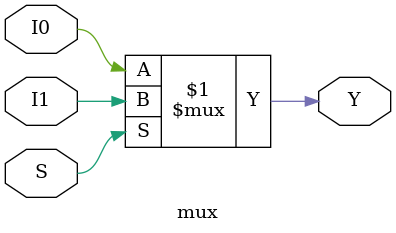
<source format=v>
module mux(
	input I0, 
	input I1,
	input S,
	output Y
);

	assign Y = (S) ? I1 : I0;

endmodule
</source>
